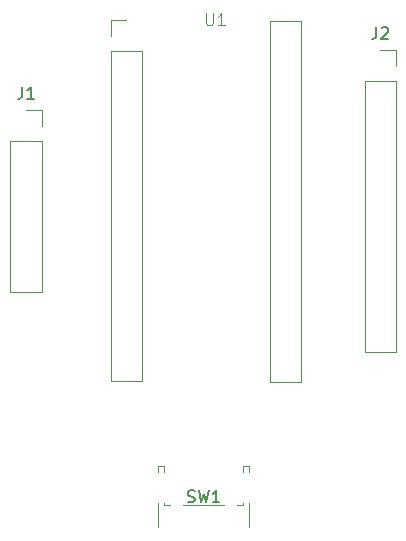
<source format=gbr>
%TF.GenerationSoftware,KiCad,Pcbnew,9.0.0*%
%TF.CreationDate,2025-06-04T23:48:02+02:00*%
%TF.ProjectId,uv_controler,75765f63-6f6e-4747-926f-6c65722e6b69,rev?*%
%TF.SameCoordinates,Original*%
%TF.FileFunction,Legend,Top*%
%TF.FilePolarity,Positive*%
%FSLAX46Y46*%
G04 Gerber Fmt 4.6, Leading zero omitted, Abs format (unit mm)*
G04 Created by KiCad (PCBNEW 9.0.0) date 2025-06-04 23:48:02*
%MOMM*%
%LPD*%
G01*
G04 APERTURE LIST*
%ADD10C,0.150000*%
%ADD11C,0.100000*%
%ADD12C,0.120000*%
G04 APERTURE END LIST*
D10*
X128852200Y-72522319D02*
X128852200Y-73236604D01*
X128852200Y-73236604D02*
X128804581Y-73379461D01*
X128804581Y-73379461D02*
X128709343Y-73474700D01*
X128709343Y-73474700D02*
X128566486Y-73522319D01*
X128566486Y-73522319D02*
X128471248Y-73522319D01*
X129280772Y-72617557D02*
X129328391Y-72569938D01*
X129328391Y-72569938D02*
X129423629Y-72522319D01*
X129423629Y-72522319D02*
X129661724Y-72522319D01*
X129661724Y-72522319D02*
X129756962Y-72569938D01*
X129756962Y-72569938D02*
X129804581Y-72617557D01*
X129804581Y-72617557D02*
X129852200Y-72712795D01*
X129852200Y-72712795D02*
X129852200Y-72808033D01*
X129852200Y-72808033D02*
X129804581Y-72950890D01*
X129804581Y-72950890D02*
X129233153Y-73522319D01*
X129233153Y-73522319D02*
X129852200Y-73522319D01*
X98852200Y-77597319D02*
X98852200Y-78311604D01*
X98852200Y-78311604D02*
X98804581Y-78454461D01*
X98804581Y-78454461D02*
X98709343Y-78549700D01*
X98709343Y-78549700D02*
X98566486Y-78597319D01*
X98566486Y-78597319D02*
X98471248Y-78597319D01*
X99852200Y-78597319D02*
X99280772Y-78597319D01*
X99566486Y-78597319D02*
X99566486Y-77597319D01*
X99566486Y-77597319D02*
X99471248Y-77740176D01*
X99471248Y-77740176D02*
X99376010Y-77835414D01*
X99376010Y-77835414D02*
X99280772Y-77883033D01*
X112877201Y-112717200D02*
X113020058Y-112764819D01*
X113020058Y-112764819D02*
X113258153Y-112764819D01*
X113258153Y-112764819D02*
X113353391Y-112717200D01*
X113353391Y-112717200D02*
X113401010Y-112669580D01*
X113401010Y-112669580D02*
X113448629Y-112574342D01*
X113448629Y-112574342D02*
X113448629Y-112479104D01*
X113448629Y-112479104D02*
X113401010Y-112383866D01*
X113401010Y-112383866D02*
X113353391Y-112336247D01*
X113353391Y-112336247D02*
X113258153Y-112288628D01*
X113258153Y-112288628D02*
X113067677Y-112241009D01*
X113067677Y-112241009D02*
X112972439Y-112193390D01*
X112972439Y-112193390D02*
X112924820Y-112145771D01*
X112924820Y-112145771D02*
X112877201Y-112050533D01*
X112877201Y-112050533D02*
X112877201Y-111955295D01*
X112877201Y-111955295D02*
X112924820Y-111860057D01*
X112924820Y-111860057D02*
X112972439Y-111812438D01*
X112972439Y-111812438D02*
X113067677Y-111764819D01*
X113067677Y-111764819D02*
X113305772Y-111764819D01*
X113305772Y-111764819D02*
X113448629Y-111812438D01*
X113781963Y-111764819D02*
X114020058Y-112764819D01*
X114020058Y-112764819D02*
X114210534Y-112050533D01*
X114210534Y-112050533D02*
X114401010Y-112764819D01*
X114401010Y-112764819D02*
X114639106Y-111764819D01*
X115543867Y-112764819D02*
X114972439Y-112764819D01*
X115258153Y-112764819D02*
X115258153Y-111764819D01*
X115258153Y-111764819D02*
X115162915Y-111907676D01*
X115162915Y-111907676D02*
X115067677Y-112002914D01*
X115067677Y-112002914D02*
X114972439Y-112050533D01*
D11*
X114423629Y-71377419D02*
X114423629Y-72186942D01*
X114423629Y-72186942D02*
X114471248Y-72282180D01*
X114471248Y-72282180D02*
X114518867Y-72329800D01*
X114518867Y-72329800D02*
X114614105Y-72377419D01*
X114614105Y-72377419D02*
X114804581Y-72377419D01*
X114804581Y-72377419D02*
X114899819Y-72329800D01*
X114899819Y-72329800D02*
X114947438Y-72282180D01*
X114947438Y-72282180D02*
X114995057Y-72186942D01*
X114995057Y-72186942D02*
X114995057Y-71377419D01*
X115995057Y-72377419D02*
X115423629Y-72377419D01*
X115709343Y-72377419D02*
X115709343Y-71377419D01*
X115709343Y-71377419D02*
X115614105Y-71520276D01*
X115614105Y-71520276D02*
X115518867Y-71615514D01*
X115518867Y-71615514D02*
X115423629Y-71663133D01*
D12*
%TO.C,J2*%
X130515534Y-77107500D02*
X130515534Y-100027500D01*
X130515534Y-74507500D02*
X130515534Y-75837500D01*
X129185534Y-74507500D02*
X130515534Y-74507500D01*
X127855534Y-100027500D02*
X130515534Y-100027500D01*
X127855534Y-77107500D02*
X130515534Y-77107500D01*
X127855534Y-77107500D02*
X127855534Y-100027500D01*
%TO.C,J1*%
X100515534Y-82182500D02*
X100515534Y-94942500D01*
X100515534Y-79582500D02*
X100515534Y-80912500D01*
X99185534Y-79582500D02*
X100515534Y-79582500D01*
X97855534Y-94942500D02*
X100515534Y-94942500D01*
X97855534Y-82182500D02*
X100515534Y-82182500D01*
X97855534Y-82182500D02*
X97855534Y-94942500D01*
%TO.C,SW1*%
X110350534Y-110190000D02*
X110350534Y-109680000D01*
X110350534Y-114890000D02*
X110350534Y-112790000D01*
X110870534Y-109680000D02*
X110350534Y-109680000D01*
X110870534Y-110190000D02*
X110870534Y-109680000D01*
X110870534Y-113020000D02*
X110870534Y-112790000D01*
X111410534Y-113020000D02*
X110870534Y-113020000D01*
X115910534Y-113020000D02*
X112510534Y-113020000D01*
X117550534Y-110190000D02*
X117550534Y-109680000D01*
X117550534Y-113020000D02*
X117010534Y-113020000D01*
X117550534Y-113020000D02*
X117550534Y-112790000D01*
X118070534Y-109680000D02*
X117550534Y-109680000D01*
X118070534Y-110190000D02*
X118070534Y-109680000D01*
X118070534Y-114890000D02*
X118070534Y-112790000D01*
%TO.C,U1*%
X122465534Y-72000000D02*
X122465534Y-102545000D01*
X119805534Y-102545000D02*
X122465534Y-102545000D01*
X119805534Y-72000000D02*
X122465534Y-72000000D01*
X119805534Y-72000000D02*
X119805534Y-102545000D01*
X109015534Y-74520000D02*
X109015534Y-102520000D01*
X106355534Y-102520000D02*
X109015534Y-102520000D01*
X106355534Y-74520000D02*
X109015534Y-74520000D01*
X106355534Y-74520000D02*
X106355534Y-102520000D01*
X106355534Y-73250000D02*
X106355534Y-71920000D01*
X106355534Y-71920000D02*
X107685534Y-71920000D01*
%TD*%
M02*

</source>
